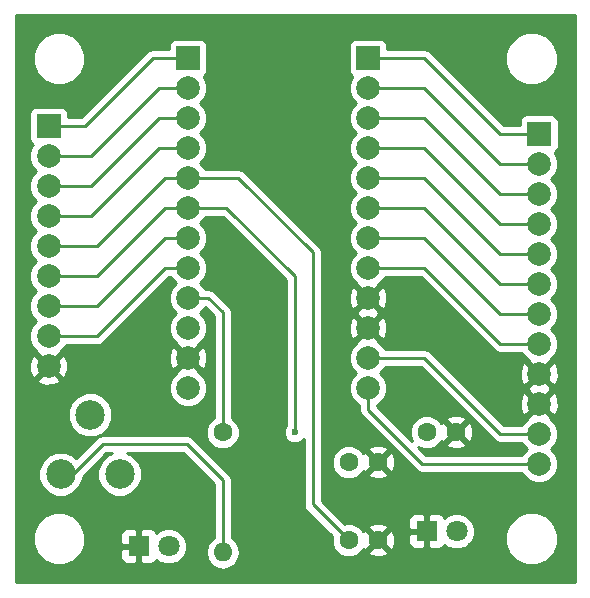
<source format=gbr>
G04 #@! TF.FileFunction,Copper,L1,Top,Signal*
%FSLAX46Y46*%
G04 Gerber Fmt 4.6, Leading zero omitted, Abs format (unit mm)*
G04 Created by KiCad (PCBNEW 4.0.7) date 02/17/18 00:03:31*
%MOMM*%
%LPD*%
G01*
G04 APERTURE LIST*
%ADD10C,0.100000*%
%ADD11C,1.600000*%
%ADD12R,2.000000X2.000000*%
%ADD13C,2.000000*%
%ADD14R,1.800000X1.800000*%
%ADD15C,1.800000*%
%ADD16O,1.600000X1.600000*%
%ADD17C,2.500000*%
%ADD18C,0.600000*%
%ADD19C,0.250000*%
%ADD20C,0.254000*%
G04 APERTURE END LIST*
D10*
D11*
X117856000Y-106172000D03*
X120356000Y-106172000D03*
X117856000Y-99568000D03*
X120356000Y-99568000D03*
X124460000Y-97028000D03*
X126960000Y-97028000D03*
D12*
X104260000Y-65340000D03*
D13*
X104260000Y-67880000D03*
X104260000Y-70420000D03*
X104260000Y-72960000D03*
X104260000Y-75500000D03*
X104260000Y-78040000D03*
X104260000Y-80580000D03*
X104260000Y-83120000D03*
X104260000Y-85660000D03*
X104260000Y-88200000D03*
X104260000Y-90740000D03*
X104260000Y-93280000D03*
D12*
X119500000Y-65340000D03*
D13*
X119500000Y-67880000D03*
X119500000Y-70420000D03*
X119500000Y-72960000D03*
X119500000Y-75500000D03*
X119500000Y-78040000D03*
X119500000Y-80580000D03*
X119500000Y-83120000D03*
X119500000Y-85660000D03*
X119500000Y-88200000D03*
X119500000Y-90740000D03*
X119500000Y-93280000D03*
D12*
X133985000Y-71755000D03*
D13*
X133985000Y-74295000D03*
X133985000Y-76835000D03*
X133985000Y-79375000D03*
X133985000Y-81915000D03*
X133985000Y-84455000D03*
X133985000Y-86995000D03*
X133985000Y-89535000D03*
X133985000Y-92075000D03*
X133985000Y-94615000D03*
X133985000Y-97155000D03*
X133985000Y-99695000D03*
D12*
X92456000Y-71120000D03*
D13*
X92456000Y-73660000D03*
X92456000Y-76200000D03*
X92456000Y-78740000D03*
X92456000Y-81280000D03*
X92456000Y-83820000D03*
X92456000Y-86360000D03*
X92456000Y-88900000D03*
X92456000Y-91440000D03*
D14*
X100076000Y-106680000D03*
D15*
X102616000Y-106680000D03*
D14*
X124460000Y-105410000D03*
D15*
X127000000Y-105410000D03*
D11*
X107188000Y-97028000D03*
D16*
X107188000Y-107188000D03*
D17*
X95972000Y-95544000D03*
X98472000Y-100584000D03*
X93472000Y-100584000D03*
D18*
X113284000Y-97028000D03*
D19*
X104260000Y-75500000D02*
X108520000Y-75500000D01*
X114808000Y-103124000D02*
X117856000Y-106172000D01*
X114808000Y-81788000D02*
X114808000Y-103124000D01*
X108520000Y-75500000D02*
X114808000Y-81788000D01*
X104260000Y-75500000D02*
X102300000Y-75500000D01*
X96520000Y-81280000D02*
X92456000Y-81280000D01*
X102300000Y-75500000D02*
X96520000Y-81280000D01*
X104260000Y-78040000D02*
X107504000Y-78040000D01*
X113284000Y-83820000D02*
X113284000Y-97028000D01*
X107504000Y-78040000D02*
X113284000Y-83820000D01*
X104260000Y-78040000D02*
X102300000Y-78040000D01*
X96520000Y-83820000D02*
X92456000Y-83820000D01*
X102300000Y-78040000D02*
X96520000Y-83820000D01*
X104260000Y-80580000D02*
X102300000Y-80580000D01*
X96520000Y-86360000D02*
X92456000Y-86360000D01*
X102300000Y-80580000D02*
X96520000Y-86360000D01*
X104260000Y-65340000D02*
X101284000Y-65340000D01*
X95504000Y-71120000D02*
X92456000Y-71120000D01*
X101284000Y-65340000D02*
X95504000Y-71120000D01*
X104260000Y-67880000D02*
X101792000Y-67880000D01*
X96012000Y-73660000D02*
X92456000Y-73660000D01*
X101792000Y-67880000D02*
X96012000Y-73660000D01*
X104260000Y-70420000D02*
X101792000Y-70420000D01*
X96012000Y-76200000D02*
X92456000Y-76200000D01*
X101792000Y-70420000D02*
X96012000Y-76200000D01*
X104260000Y-72960000D02*
X101792000Y-72960000D01*
X96012000Y-78740000D02*
X92456000Y-78740000D01*
X101792000Y-72960000D02*
X96012000Y-78740000D01*
X119500000Y-65340000D02*
X124268000Y-65340000D01*
X130683000Y-71755000D02*
X133985000Y-71755000D01*
X124268000Y-65340000D02*
X130683000Y-71755000D01*
X119500000Y-67880000D02*
X124268000Y-67880000D01*
X130683000Y-74295000D02*
X133985000Y-74295000D01*
X124268000Y-67880000D02*
X130683000Y-74295000D01*
X119500000Y-70420000D02*
X124268000Y-70420000D01*
X130683000Y-76835000D02*
X133985000Y-76835000D01*
X124268000Y-70420000D02*
X130683000Y-76835000D01*
X119500000Y-72960000D02*
X124268000Y-72960000D01*
X130683000Y-79375000D02*
X133985000Y-79375000D01*
X124268000Y-72960000D02*
X130683000Y-79375000D01*
X119500000Y-75500000D02*
X124268000Y-75500000D01*
X130683000Y-81915000D02*
X133985000Y-81915000D01*
X124268000Y-75500000D02*
X130683000Y-81915000D01*
X119500000Y-78040000D02*
X124268000Y-78040000D01*
X130683000Y-84455000D02*
X133985000Y-84455000D01*
X124268000Y-78040000D02*
X130683000Y-84455000D01*
X119500000Y-80580000D02*
X124268000Y-80580000D01*
X130683000Y-86995000D02*
X133985000Y-86995000D01*
X124268000Y-80580000D02*
X130683000Y-86995000D01*
X119500000Y-83120000D02*
X124268000Y-83120000D01*
X130683000Y-89535000D02*
X133985000Y-89535000D01*
X124268000Y-83120000D02*
X130683000Y-89535000D01*
X119500000Y-90740000D02*
X124268000Y-90740000D01*
X130683000Y-97155000D02*
X133985000Y-97155000D01*
X124268000Y-90740000D02*
X130683000Y-97155000D01*
X119500000Y-93280000D02*
X119500000Y-95116000D01*
X124079000Y-99695000D02*
X133985000Y-99695000D01*
X119500000Y-95116000D02*
X124079000Y-99695000D01*
X104260000Y-85660000D02*
X105980000Y-85660000D01*
X107188000Y-86868000D02*
X107188000Y-97028000D01*
X105980000Y-85660000D02*
X107188000Y-86868000D01*
X104260000Y-83120000D02*
X102300000Y-83120000D01*
X96520000Y-88900000D02*
X92456000Y-88900000D01*
X102300000Y-83120000D02*
X96520000Y-88900000D01*
X93472000Y-100584000D02*
X94488000Y-100584000D01*
X94488000Y-100584000D02*
X97028000Y-98044000D01*
X97028000Y-98044000D02*
X104140000Y-98044000D01*
X104140000Y-98044000D02*
X107188000Y-101092000D01*
X107188000Y-101092000D02*
X107188000Y-107188000D01*
D20*
G36*
X137033000Y-109728000D02*
X89662000Y-109728000D01*
X89662000Y-106487619D01*
X91109613Y-106487619D01*
X91449155Y-107309372D01*
X92077321Y-107938636D01*
X92898481Y-108279611D01*
X93787619Y-108280387D01*
X94609372Y-107940845D01*
X95238636Y-107312679D01*
X95382693Y-106965750D01*
X98541000Y-106965750D01*
X98541000Y-107706310D01*
X98637673Y-107939699D01*
X98816302Y-108118327D01*
X99049691Y-108215000D01*
X99790250Y-108215000D01*
X99949000Y-108056250D01*
X99949000Y-106807000D01*
X98699750Y-106807000D01*
X98541000Y-106965750D01*
X95382693Y-106965750D01*
X95579611Y-106491519D01*
X95580342Y-105653690D01*
X98541000Y-105653690D01*
X98541000Y-106394250D01*
X98699750Y-106553000D01*
X99949000Y-106553000D01*
X99949000Y-105303750D01*
X100203000Y-105303750D01*
X100203000Y-106553000D01*
X100223000Y-106553000D01*
X100223000Y-106807000D01*
X100203000Y-106807000D01*
X100203000Y-108056250D01*
X100361750Y-108215000D01*
X101102309Y-108215000D01*
X101335698Y-108118327D01*
X101514327Y-107939699D01*
X101570119Y-107805006D01*
X101745357Y-107980551D01*
X102309330Y-108214733D01*
X102919991Y-108215265D01*
X103484371Y-107982068D01*
X103916551Y-107550643D01*
X104150733Y-106986670D01*
X104151265Y-106376009D01*
X103918068Y-105811629D01*
X103486643Y-105379449D01*
X102922670Y-105145267D01*
X102312009Y-105144735D01*
X101747629Y-105377932D01*
X101570159Y-105555092D01*
X101514327Y-105420301D01*
X101335698Y-105241673D01*
X101102309Y-105145000D01*
X100361750Y-105145000D01*
X100203000Y-105303750D01*
X99949000Y-105303750D01*
X99790250Y-105145000D01*
X99049691Y-105145000D01*
X98816302Y-105241673D01*
X98637673Y-105420301D01*
X98541000Y-105653690D01*
X95580342Y-105653690D01*
X95580387Y-105602381D01*
X95240845Y-104780628D01*
X94612679Y-104151364D01*
X93791519Y-103810389D01*
X92902381Y-103809613D01*
X92080628Y-104149155D01*
X91451364Y-104777321D01*
X91110389Y-105598481D01*
X91109613Y-106487619D01*
X89662000Y-106487619D01*
X89662000Y-100957305D01*
X91586674Y-100957305D01*
X91873043Y-101650372D01*
X92402839Y-102181093D01*
X93095405Y-102468672D01*
X93845305Y-102469326D01*
X94538372Y-102182957D01*
X95069093Y-101653161D01*
X95356672Y-100960595D01*
X95356821Y-100789981D01*
X97342802Y-98804000D01*
X97843786Y-98804000D01*
X97405628Y-98985043D01*
X96874907Y-99514839D01*
X96587328Y-100207405D01*
X96586674Y-100957305D01*
X96873043Y-101650372D01*
X97402839Y-102181093D01*
X98095405Y-102468672D01*
X98845305Y-102469326D01*
X99538372Y-102182957D01*
X100069093Y-101653161D01*
X100356672Y-100960595D01*
X100357326Y-100210695D01*
X100070957Y-99517628D01*
X99541161Y-98986907D01*
X99100673Y-98804000D01*
X103825198Y-98804000D01*
X106428000Y-101406802D01*
X106428000Y-105975005D01*
X106173302Y-106145189D01*
X105862233Y-106610736D01*
X105753000Y-107159887D01*
X105753000Y-107216113D01*
X105862233Y-107765264D01*
X106173302Y-108230811D01*
X106638849Y-108541880D01*
X107188000Y-108651113D01*
X107737151Y-108541880D01*
X108202698Y-108230811D01*
X108513767Y-107765264D01*
X108623000Y-107216113D01*
X108623000Y-107159887D01*
X108513767Y-106610736D01*
X108202698Y-106145189D01*
X107948000Y-105975005D01*
X107948000Y-101092000D01*
X107890148Y-100801161D01*
X107725401Y-100554599D01*
X104677401Y-97506599D01*
X104430839Y-97341852D01*
X104140000Y-97284000D01*
X97028000Y-97284000D01*
X96785414Y-97332254D01*
X96737160Y-97341852D01*
X96490599Y-97506599D01*
X94775521Y-99221677D01*
X94541161Y-98986907D01*
X93848595Y-98699328D01*
X93098695Y-98698674D01*
X92405628Y-98985043D01*
X91874907Y-99514839D01*
X91587328Y-100207405D01*
X91586674Y-100957305D01*
X89662000Y-100957305D01*
X89662000Y-95917305D01*
X94086674Y-95917305D01*
X94373043Y-96610372D01*
X94902839Y-97141093D01*
X95595405Y-97428672D01*
X96345305Y-97429326D01*
X97038372Y-97142957D01*
X97569093Y-96613161D01*
X97856672Y-95920595D01*
X97857326Y-95170695D01*
X97570957Y-94477628D01*
X97041161Y-93946907D01*
X96348595Y-93659328D01*
X95598695Y-93658674D01*
X94905628Y-93945043D01*
X94374907Y-94474839D01*
X94087328Y-95167405D01*
X94086674Y-95917305D01*
X89662000Y-95917305D01*
X89662000Y-93603795D01*
X102624716Y-93603795D01*
X102873106Y-94204943D01*
X103332637Y-94665278D01*
X103933352Y-94914716D01*
X104583795Y-94915284D01*
X105184943Y-94666894D01*
X105645278Y-94207363D01*
X105894716Y-93606648D01*
X105895284Y-92956205D01*
X105646894Y-92355057D01*
X105220022Y-91927438D01*
X105232927Y-91892532D01*
X104260000Y-90919605D01*
X103287073Y-91892532D01*
X103300164Y-91927938D01*
X102874722Y-92352637D01*
X102625284Y-92953352D01*
X102624716Y-93603795D01*
X89662000Y-93603795D01*
X89662000Y-92592532D01*
X91483073Y-92592532D01*
X91581736Y-92859387D01*
X92191461Y-93085908D01*
X92841460Y-93061856D01*
X93330264Y-92859387D01*
X93428927Y-92592532D01*
X92456000Y-91619605D01*
X91483073Y-92592532D01*
X89662000Y-92592532D01*
X89662000Y-91175461D01*
X90810092Y-91175461D01*
X90834144Y-91825460D01*
X91036613Y-92314264D01*
X91303468Y-92412927D01*
X92276395Y-91440000D01*
X92635605Y-91440000D01*
X93608532Y-92412927D01*
X93875387Y-92314264D01*
X94101908Y-91704539D01*
X94077856Y-91054540D01*
X93875387Y-90565736D01*
X93631220Y-90475461D01*
X102614092Y-90475461D01*
X102638144Y-91125460D01*
X102840613Y-91614264D01*
X103107468Y-91712927D01*
X104080395Y-90740000D01*
X104439605Y-90740000D01*
X105412532Y-91712927D01*
X105679387Y-91614264D01*
X105905908Y-91004539D01*
X105881856Y-90354540D01*
X105679387Y-89865736D01*
X105412532Y-89767073D01*
X104439605Y-90740000D01*
X104080395Y-90740000D01*
X103107468Y-89767073D01*
X102840613Y-89865736D01*
X102614092Y-90475461D01*
X93631220Y-90475461D01*
X93608532Y-90467073D01*
X92635605Y-91440000D01*
X92276395Y-91440000D01*
X91303468Y-90467073D01*
X91036613Y-90565736D01*
X90810092Y-91175461D01*
X89662000Y-91175461D01*
X89662000Y-70120000D01*
X90808560Y-70120000D01*
X90808560Y-72120000D01*
X90852838Y-72355317D01*
X90991910Y-72571441D01*
X91134561Y-72668910D01*
X91070722Y-72732637D01*
X90821284Y-73333352D01*
X90820716Y-73983795D01*
X91069106Y-74584943D01*
X91413759Y-74930199D01*
X91070722Y-75272637D01*
X90821284Y-75873352D01*
X90820716Y-76523795D01*
X91069106Y-77124943D01*
X91413759Y-77470199D01*
X91070722Y-77812637D01*
X90821284Y-78413352D01*
X90820716Y-79063795D01*
X91069106Y-79664943D01*
X91413759Y-80010199D01*
X91070722Y-80352637D01*
X90821284Y-80953352D01*
X90820716Y-81603795D01*
X91069106Y-82204943D01*
X91413759Y-82550199D01*
X91070722Y-82892637D01*
X90821284Y-83493352D01*
X90820716Y-84143795D01*
X91069106Y-84744943D01*
X91413759Y-85090199D01*
X91070722Y-85432637D01*
X90821284Y-86033352D01*
X90820716Y-86683795D01*
X91069106Y-87284943D01*
X91413759Y-87630199D01*
X91070722Y-87972637D01*
X90821284Y-88573352D01*
X90820716Y-89223795D01*
X91069106Y-89824943D01*
X91495978Y-90252562D01*
X91483073Y-90287468D01*
X92456000Y-91260395D01*
X93428927Y-90287468D01*
X93415836Y-90252062D01*
X93841278Y-89827363D01*
X93910773Y-89660000D01*
X96520000Y-89660000D01*
X96810839Y-89602148D01*
X97057401Y-89437401D01*
X102614802Y-83880000D01*
X102804953Y-83880000D01*
X102873106Y-84044943D01*
X103217759Y-84390199D01*
X102874722Y-84732637D01*
X102625284Y-85333352D01*
X102624716Y-85983795D01*
X102873106Y-86584943D01*
X103217759Y-86930199D01*
X102874722Y-87272637D01*
X102625284Y-87873352D01*
X102624716Y-88523795D01*
X102873106Y-89124943D01*
X103299978Y-89552562D01*
X103287073Y-89587468D01*
X104260000Y-90560395D01*
X105232927Y-89587468D01*
X105219836Y-89552062D01*
X105645278Y-89127363D01*
X105894716Y-88526648D01*
X105895284Y-87876205D01*
X105646894Y-87275057D01*
X105302241Y-86929801D01*
X105645278Y-86587363D01*
X105700228Y-86455030D01*
X106428000Y-87182802D01*
X106428000Y-95789354D01*
X106376200Y-95810757D01*
X105972176Y-96214077D01*
X105753250Y-96741309D01*
X105752752Y-97312187D01*
X105970757Y-97839800D01*
X106374077Y-98243824D01*
X106901309Y-98462750D01*
X107472187Y-98463248D01*
X107999800Y-98245243D01*
X108403824Y-97841923D01*
X108622750Y-97314691D01*
X108623248Y-96743813D01*
X108405243Y-96216200D01*
X108001923Y-95812176D01*
X107948000Y-95789785D01*
X107948000Y-86868000D01*
X107890148Y-86577161D01*
X107725401Y-86330599D01*
X106517401Y-85122599D01*
X106270839Y-84957852D01*
X105980000Y-84900000D01*
X105715047Y-84900000D01*
X105646894Y-84735057D01*
X105302241Y-84389801D01*
X105645278Y-84047363D01*
X105894716Y-83446648D01*
X105895284Y-82796205D01*
X105646894Y-82195057D01*
X105302241Y-81849801D01*
X105645278Y-81507363D01*
X105894716Y-80906648D01*
X105895284Y-80256205D01*
X105646894Y-79655057D01*
X105302241Y-79309801D01*
X105645278Y-78967363D01*
X105714773Y-78800000D01*
X107189198Y-78800000D01*
X112524000Y-84134802D01*
X112524000Y-96465537D01*
X112491808Y-96497673D01*
X112349162Y-96841201D01*
X112348838Y-97213167D01*
X112490883Y-97556943D01*
X112753673Y-97820192D01*
X113097201Y-97962838D01*
X113469167Y-97963162D01*
X113812943Y-97821117D01*
X114048000Y-97586470D01*
X114048000Y-103124000D01*
X114105852Y-103414839D01*
X114270599Y-103661401D01*
X116442744Y-105833546D01*
X116421250Y-105885309D01*
X116420752Y-106456187D01*
X116638757Y-106983800D01*
X117042077Y-107387824D01*
X117569309Y-107606750D01*
X118140187Y-107607248D01*
X118667800Y-107389243D01*
X118877663Y-107179745D01*
X119527861Y-107179745D01*
X119601995Y-107425864D01*
X120139223Y-107618965D01*
X120709454Y-107591778D01*
X121110005Y-107425864D01*
X121184139Y-107179745D01*
X120356000Y-106351605D01*
X119527861Y-107179745D01*
X118877663Y-107179745D01*
X119071824Y-106985923D01*
X119099423Y-106919456D01*
X119102136Y-106926005D01*
X119348255Y-107000139D01*
X120176395Y-106172000D01*
X120535605Y-106172000D01*
X121363745Y-107000139D01*
X121609864Y-106926005D01*
X121802965Y-106388777D01*
X121775778Y-105818546D01*
X121724915Y-105695750D01*
X122925000Y-105695750D01*
X122925000Y-106436310D01*
X123021673Y-106669699D01*
X123200302Y-106848327D01*
X123433691Y-106945000D01*
X124174250Y-106945000D01*
X124333000Y-106786250D01*
X124333000Y-105537000D01*
X123083750Y-105537000D01*
X122925000Y-105695750D01*
X121724915Y-105695750D01*
X121609864Y-105417995D01*
X121363745Y-105343861D01*
X120535605Y-106172000D01*
X120176395Y-106172000D01*
X119348255Y-105343861D01*
X119102136Y-105417995D01*
X119099804Y-105424483D01*
X119073243Y-105360200D01*
X118877640Y-105164255D01*
X119527861Y-105164255D01*
X120356000Y-105992395D01*
X121184139Y-105164255D01*
X121110005Y-104918136D01*
X120572777Y-104725035D01*
X120002546Y-104752222D01*
X119601995Y-104918136D01*
X119527861Y-105164255D01*
X118877640Y-105164255D01*
X118669923Y-104956176D01*
X118142691Y-104737250D01*
X117571813Y-104736752D01*
X117517851Y-104759049D01*
X117142492Y-104383690D01*
X122925000Y-104383690D01*
X122925000Y-105124250D01*
X123083750Y-105283000D01*
X124333000Y-105283000D01*
X124333000Y-104033750D01*
X124587000Y-104033750D01*
X124587000Y-105283000D01*
X124607000Y-105283000D01*
X124607000Y-105537000D01*
X124587000Y-105537000D01*
X124587000Y-106786250D01*
X124745750Y-106945000D01*
X125486309Y-106945000D01*
X125719698Y-106848327D01*
X125898327Y-106669699D01*
X125954119Y-106535006D01*
X126129357Y-106710551D01*
X126693330Y-106944733D01*
X127303991Y-106945265D01*
X127868371Y-106712068D01*
X128093212Y-106487619D01*
X131114613Y-106487619D01*
X131454155Y-107309372D01*
X132082321Y-107938636D01*
X132903481Y-108279611D01*
X133792619Y-108280387D01*
X134614372Y-107940845D01*
X135243636Y-107312679D01*
X135584611Y-106491519D01*
X135585387Y-105602381D01*
X135245845Y-104780628D01*
X134617679Y-104151364D01*
X133796519Y-103810389D01*
X132907381Y-103809613D01*
X132085628Y-104149155D01*
X131456364Y-104777321D01*
X131115389Y-105598481D01*
X131114613Y-106487619D01*
X128093212Y-106487619D01*
X128300551Y-106280643D01*
X128534733Y-105716670D01*
X128535265Y-105106009D01*
X128302068Y-104541629D01*
X127870643Y-104109449D01*
X127306670Y-103875267D01*
X126696009Y-103874735D01*
X126131629Y-104107932D01*
X125954159Y-104285092D01*
X125898327Y-104150301D01*
X125719698Y-103971673D01*
X125486309Y-103875000D01*
X124745750Y-103875000D01*
X124587000Y-104033750D01*
X124333000Y-104033750D01*
X124174250Y-103875000D01*
X123433691Y-103875000D01*
X123200302Y-103971673D01*
X123021673Y-104150301D01*
X122925000Y-104383690D01*
X117142492Y-104383690D01*
X115568000Y-102809198D01*
X115568000Y-99852187D01*
X116420752Y-99852187D01*
X116638757Y-100379800D01*
X117042077Y-100783824D01*
X117569309Y-101002750D01*
X118140187Y-101003248D01*
X118667800Y-100785243D01*
X118877663Y-100575745D01*
X119527861Y-100575745D01*
X119601995Y-100821864D01*
X120139223Y-101014965D01*
X120709454Y-100987778D01*
X121110005Y-100821864D01*
X121184139Y-100575745D01*
X120356000Y-99747605D01*
X119527861Y-100575745D01*
X118877663Y-100575745D01*
X119071824Y-100381923D01*
X119099423Y-100315456D01*
X119102136Y-100322005D01*
X119348255Y-100396139D01*
X120176395Y-99568000D01*
X120535605Y-99568000D01*
X121363745Y-100396139D01*
X121609864Y-100322005D01*
X121802965Y-99784777D01*
X121775778Y-99214546D01*
X121609864Y-98813995D01*
X121363745Y-98739861D01*
X120535605Y-99568000D01*
X120176395Y-99568000D01*
X119348255Y-98739861D01*
X119102136Y-98813995D01*
X119099804Y-98820483D01*
X119073243Y-98756200D01*
X118877640Y-98560255D01*
X119527861Y-98560255D01*
X120356000Y-99388395D01*
X121184139Y-98560255D01*
X121110005Y-98314136D01*
X120572777Y-98121035D01*
X120002546Y-98148222D01*
X119601995Y-98314136D01*
X119527861Y-98560255D01*
X118877640Y-98560255D01*
X118669923Y-98352176D01*
X118142691Y-98133250D01*
X117571813Y-98132752D01*
X117044200Y-98350757D01*
X116640176Y-98754077D01*
X116421250Y-99281309D01*
X116420752Y-99852187D01*
X115568000Y-99852187D01*
X115568000Y-91063795D01*
X117864716Y-91063795D01*
X118113106Y-91664943D01*
X118457759Y-92010199D01*
X118114722Y-92352637D01*
X117865284Y-92953352D01*
X117864716Y-93603795D01*
X118113106Y-94204943D01*
X118572637Y-94665278D01*
X118740000Y-94734773D01*
X118740000Y-95116000D01*
X118797852Y-95406839D01*
X118962599Y-95653401D01*
X123541599Y-100232401D01*
X123788161Y-100397148D01*
X124079000Y-100455000D01*
X132529953Y-100455000D01*
X132598106Y-100619943D01*
X133057637Y-101080278D01*
X133658352Y-101329716D01*
X134308795Y-101330284D01*
X134909943Y-101081894D01*
X135370278Y-100622363D01*
X135619716Y-100021648D01*
X135620284Y-99371205D01*
X135371894Y-98770057D01*
X135027241Y-98424801D01*
X135370278Y-98082363D01*
X135619716Y-97481648D01*
X135620284Y-96831205D01*
X135371894Y-96230057D01*
X134945022Y-95802438D01*
X134957927Y-95767532D01*
X133985000Y-94794605D01*
X133012073Y-95767532D01*
X133025164Y-95802938D01*
X132599722Y-96227637D01*
X132530227Y-96395000D01*
X130997802Y-96395000D01*
X128953263Y-94350461D01*
X132339092Y-94350461D01*
X132363144Y-95000460D01*
X132565613Y-95489264D01*
X132832468Y-95587927D01*
X133805395Y-94615000D01*
X134164605Y-94615000D01*
X135137532Y-95587927D01*
X135404387Y-95489264D01*
X135630908Y-94879539D01*
X135606856Y-94229540D01*
X135404387Y-93740736D01*
X135137532Y-93642073D01*
X134164605Y-94615000D01*
X133805395Y-94615000D01*
X132832468Y-93642073D01*
X132565613Y-93740736D01*
X132339092Y-94350461D01*
X128953263Y-94350461D01*
X127830334Y-93227532D01*
X133012073Y-93227532D01*
X133055504Y-93345000D01*
X133012073Y-93462468D01*
X133985000Y-94435395D01*
X134957927Y-93462468D01*
X134914496Y-93345000D01*
X134957927Y-93227532D01*
X133985000Y-92254605D01*
X133012073Y-93227532D01*
X127830334Y-93227532D01*
X126413263Y-91810461D01*
X132339092Y-91810461D01*
X132363144Y-92460460D01*
X132565613Y-92949264D01*
X132832468Y-93047927D01*
X133805395Y-92075000D01*
X134164605Y-92075000D01*
X135137532Y-93047927D01*
X135404387Y-92949264D01*
X135630908Y-92339539D01*
X135606856Y-91689540D01*
X135404387Y-91200736D01*
X135137532Y-91102073D01*
X134164605Y-92075000D01*
X133805395Y-92075000D01*
X132832468Y-91102073D01*
X132565613Y-91200736D01*
X132339092Y-91810461D01*
X126413263Y-91810461D01*
X124805401Y-90202599D01*
X124558839Y-90037852D01*
X124268000Y-89980000D01*
X120955047Y-89980000D01*
X120886894Y-89815057D01*
X120460022Y-89387438D01*
X120472927Y-89352532D01*
X119500000Y-88379605D01*
X118527073Y-89352532D01*
X118540164Y-89387938D01*
X118114722Y-89812637D01*
X117865284Y-90413352D01*
X117864716Y-91063795D01*
X115568000Y-91063795D01*
X115568000Y-87935461D01*
X117854092Y-87935461D01*
X117878144Y-88585460D01*
X118080613Y-89074264D01*
X118347468Y-89172927D01*
X119320395Y-88200000D01*
X119679605Y-88200000D01*
X120652532Y-89172927D01*
X120919387Y-89074264D01*
X121145908Y-88464539D01*
X121121856Y-87814540D01*
X120919387Y-87325736D01*
X120652532Y-87227073D01*
X119679605Y-88200000D01*
X119320395Y-88200000D01*
X118347468Y-87227073D01*
X118080613Y-87325736D01*
X117854092Y-87935461D01*
X115568000Y-87935461D01*
X115568000Y-86812532D01*
X118527073Y-86812532D01*
X118570504Y-86930000D01*
X118527073Y-87047468D01*
X119500000Y-88020395D01*
X120472927Y-87047468D01*
X120429496Y-86930000D01*
X120472927Y-86812532D01*
X119500000Y-85839605D01*
X118527073Y-86812532D01*
X115568000Y-86812532D01*
X115568000Y-85395461D01*
X117854092Y-85395461D01*
X117878144Y-86045460D01*
X118080613Y-86534264D01*
X118347468Y-86632927D01*
X119320395Y-85660000D01*
X119679605Y-85660000D01*
X120652532Y-86632927D01*
X120919387Y-86534264D01*
X121145908Y-85924539D01*
X121121856Y-85274540D01*
X120919387Y-84785736D01*
X120652532Y-84687073D01*
X119679605Y-85660000D01*
X119320395Y-85660000D01*
X118347468Y-84687073D01*
X118080613Y-84785736D01*
X117854092Y-85395461D01*
X115568000Y-85395461D01*
X115568000Y-81788000D01*
X115510148Y-81497161D01*
X115345401Y-81250599D01*
X109057401Y-74962599D01*
X108810839Y-74797852D01*
X108520000Y-74740000D01*
X105715047Y-74740000D01*
X105646894Y-74575057D01*
X105302241Y-74229801D01*
X105645278Y-73887363D01*
X105894716Y-73286648D01*
X105895284Y-72636205D01*
X105646894Y-72035057D01*
X105302241Y-71689801D01*
X105645278Y-71347363D01*
X105894716Y-70746648D01*
X105895284Y-70096205D01*
X105646894Y-69495057D01*
X105302241Y-69149801D01*
X105645278Y-68807363D01*
X105894716Y-68206648D01*
X105895284Y-67556205D01*
X105646894Y-66955057D01*
X105580379Y-66888426D01*
X105711441Y-66804090D01*
X105856431Y-66591890D01*
X105907440Y-66340000D01*
X105907440Y-64340000D01*
X117852560Y-64340000D01*
X117852560Y-66340000D01*
X117896838Y-66575317D01*
X118035910Y-66791441D01*
X118178561Y-66888910D01*
X118114722Y-66952637D01*
X117865284Y-67553352D01*
X117864716Y-68203795D01*
X118113106Y-68804943D01*
X118457759Y-69150199D01*
X118114722Y-69492637D01*
X117865284Y-70093352D01*
X117864716Y-70743795D01*
X118113106Y-71344943D01*
X118457759Y-71690199D01*
X118114722Y-72032637D01*
X117865284Y-72633352D01*
X117864716Y-73283795D01*
X118113106Y-73884943D01*
X118457759Y-74230199D01*
X118114722Y-74572637D01*
X117865284Y-75173352D01*
X117864716Y-75823795D01*
X118113106Y-76424943D01*
X118457759Y-76770199D01*
X118114722Y-77112637D01*
X117865284Y-77713352D01*
X117864716Y-78363795D01*
X118113106Y-78964943D01*
X118457759Y-79310199D01*
X118114722Y-79652637D01*
X117865284Y-80253352D01*
X117864716Y-80903795D01*
X118113106Y-81504943D01*
X118457759Y-81850199D01*
X118114722Y-82192637D01*
X117865284Y-82793352D01*
X117864716Y-83443795D01*
X118113106Y-84044943D01*
X118539978Y-84472562D01*
X118527073Y-84507468D01*
X119500000Y-85480395D01*
X120472927Y-84507468D01*
X120459836Y-84472062D01*
X120885278Y-84047363D01*
X120954773Y-83880000D01*
X123953198Y-83880000D01*
X130145599Y-90072401D01*
X130392161Y-90237148D01*
X130683000Y-90295000D01*
X132529953Y-90295000D01*
X132598106Y-90459943D01*
X133024978Y-90887562D01*
X133012073Y-90922468D01*
X133985000Y-91895395D01*
X134957927Y-90922468D01*
X134944836Y-90887062D01*
X135370278Y-90462363D01*
X135619716Y-89861648D01*
X135620284Y-89211205D01*
X135371894Y-88610057D01*
X135027241Y-88264801D01*
X135370278Y-87922363D01*
X135619716Y-87321648D01*
X135620284Y-86671205D01*
X135371894Y-86070057D01*
X135027241Y-85724801D01*
X135370278Y-85382363D01*
X135619716Y-84781648D01*
X135620284Y-84131205D01*
X135371894Y-83530057D01*
X135027241Y-83184801D01*
X135370278Y-82842363D01*
X135619716Y-82241648D01*
X135620284Y-81591205D01*
X135371894Y-80990057D01*
X135027241Y-80644801D01*
X135370278Y-80302363D01*
X135619716Y-79701648D01*
X135620284Y-79051205D01*
X135371894Y-78450057D01*
X135027241Y-78104801D01*
X135370278Y-77762363D01*
X135619716Y-77161648D01*
X135620284Y-76511205D01*
X135371894Y-75910057D01*
X135027241Y-75564801D01*
X135370278Y-75222363D01*
X135619716Y-74621648D01*
X135620284Y-73971205D01*
X135371894Y-73370057D01*
X135305379Y-73303426D01*
X135436441Y-73219090D01*
X135581431Y-73006890D01*
X135632440Y-72755000D01*
X135632440Y-70755000D01*
X135588162Y-70519683D01*
X135449090Y-70303559D01*
X135236890Y-70158569D01*
X134985000Y-70107560D01*
X132985000Y-70107560D01*
X132749683Y-70151838D01*
X132533559Y-70290910D01*
X132388569Y-70503110D01*
X132337560Y-70755000D01*
X132337560Y-70995000D01*
X130997802Y-70995000D01*
X125850421Y-65847619D01*
X131114613Y-65847619D01*
X131454155Y-66669372D01*
X132082321Y-67298636D01*
X132903481Y-67639611D01*
X133792619Y-67640387D01*
X134614372Y-67300845D01*
X135243636Y-66672679D01*
X135584611Y-65851519D01*
X135585387Y-64962381D01*
X135245845Y-64140628D01*
X134617679Y-63511364D01*
X133796519Y-63170389D01*
X132907381Y-63169613D01*
X132085628Y-63509155D01*
X131456364Y-64137321D01*
X131115389Y-64958481D01*
X131114613Y-65847619D01*
X125850421Y-65847619D01*
X124805401Y-64802599D01*
X124558839Y-64637852D01*
X124268000Y-64580000D01*
X121147440Y-64580000D01*
X121147440Y-64340000D01*
X121103162Y-64104683D01*
X120964090Y-63888559D01*
X120751890Y-63743569D01*
X120500000Y-63692560D01*
X118500000Y-63692560D01*
X118264683Y-63736838D01*
X118048559Y-63875910D01*
X117903569Y-64088110D01*
X117852560Y-64340000D01*
X105907440Y-64340000D01*
X105863162Y-64104683D01*
X105724090Y-63888559D01*
X105511890Y-63743569D01*
X105260000Y-63692560D01*
X103260000Y-63692560D01*
X103024683Y-63736838D01*
X102808559Y-63875910D01*
X102663569Y-64088110D01*
X102612560Y-64340000D01*
X102612560Y-64580000D01*
X101284000Y-64580000D01*
X100993160Y-64637852D01*
X100746599Y-64802599D01*
X95189198Y-70360000D01*
X94103440Y-70360000D01*
X94103440Y-70120000D01*
X94059162Y-69884683D01*
X93920090Y-69668559D01*
X93707890Y-69523569D01*
X93456000Y-69472560D01*
X91456000Y-69472560D01*
X91220683Y-69516838D01*
X91004559Y-69655910D01*
X90859569Y-69868110D01*
X90808560Y-70120000D01*
X89662000Y-70120000D01*
X89662000Y-65847619D01*
X91109613Y-65847619D01*
X91449155Y-66669372D01*
X92077321Y-67298636D01*
X92898481Y-67639611D01*
X93787619Y-67640387D01*
X94609372Y-67300845D01*
X95238636Y-66672679D01*
X95579611Y-65851519D01*
X95580387Y-64962381D01*
X95240845Y-64140628D01*
X94612679Y-63511364D01*
X93791519Y-63170389D01*
X92902381Y-63169613D01*
X92080628Y-63509155D01*
X91451364Y-64137321D01*
X91110389Y-64958481D01*
X91109613Y-65847619D01*
X89662000Y-65847619D01*
X89662000Y-61722000D01*
X137033000Y-61722000D01*
X137033000Y-109728000D01*
X137033000Y-109728000D01*
G37*
X137033000Y-109728000D02*
X89662000Y-109728000D01*
X89662000Y-106487619D01*
X91109613Y-106487619D01*
X91449155Y-107309372D01*
X92077321Y-107938636D01*
X92898481Y-108279611D01*
X93787619Y-108280387D01*
X94609372Y-107940845D01*
X95238636Y-107312679D01*
X95382693Y-106965750D01*
X98541000Y-106965750D01*
X98541000Y-107706310D01*
X98637673Y-107939699D01*
X98816302Y-108118327D01*
X99049691Y-108215000D01*
X99790250Y-108215000D01*
X99949000Y-108056250D01*
X99949000Y-106807000D01*
X98699750Y-106807000D01*
X98541000Y-106965750D01*
X95382693Y-106965750D01*
X95579611Y-106491519D01*
X95580342Y-105653690D01*
X98541000Y-105653690D01*
X98541000Y-106394250D01*
X98699750Y-106553000D01*
X99949000Y-106553000D01*
X99949000Y-105303750D01*
X100203000Y-105303750D01*
X100203000Y-106553000D01*
X100223000Y-106553000D01*
X100223000Y-106807000D01*
X100203000Y-106807000D01*
X100203000Y-108056250D01*
X100361750Y-108215000D01*
X101102309Y-108215000D01*
X101335698Y-108118327D01*
X101514327Y-107939699D01*
X101570119Y-107805006D01*
X101745357Y-107980551D01*
X102309330Y-108214733D01*
X102919991Y-108215265D01*
X103484371Y-107982068D01*
X103916551Y-107550643D01*
X104150733Y-106986670D01*
X104151265Y-106376009D01*
X103918068Y-105811629D01*
X103486643Y-105379449D01*
X102922670Y-105145267D01*
X102312009Y-105144735D01*
X101747629Y-105377932D01*
X101570159Y-105555092D01*
X101514327Y-105420301D01*
X101335698Y-105241673D01*
X101102309Y-105145000D01*
X100361750Y-105145000D01*
X100203000Y-105303750D01*
X99949000Y-105303750D01*
X99790250Y-105145000D01*
X99049691Y-105145000D01*
X98816302Y-105241673D01*
X98637673Y-105420301D01*
X98541000Y-105653690D01*
X95580342Y-105653690D01*
X95580387Y-105602381D01*
X95240845Y-104780628D01*
X94612679Y-104151364D01*
X93791519Y-103810389D01*
X92902381Y-103809613D01*
X92080628Y-104149155D01*
X91451364Y-104777321D01*
X91110389Y-105598481D01*
X91109613Y-106487619D01*
X89662000Y-106487619D01*
X89662000Y-100957305D01*
X91586674Y-100957305D01*
X91873043Y-101650372D01*
X92402839Y-102181093D01*
X93095405Y-102468672D01*
X93845305Y-102469326D01*
X94538372Y-102182957D01*
X95069093Y-101653161D01*
X95356672Y-100960595D01*
X95356821Y-100789981D01*
X97342802Y-98804000D01*
X97843786Y-98804000D01*
X97405628Y-98985043D01*
X96874907Y-99514839D01*
X96587328Y-100207405D01*
X96586674Y-100957305D01*
X96873043Y-101650372D01*
X97402839Y-102181093D01*
X98095405Y-102468672D01*
X98845305Y-102469326D01*
X99538372Y-102182957D01*
X100069093Y-101653161D01*
X100356672Y-100960595D01*
X100357326Y-100210695D01*
X100070957Y-99517628D01*
X99541161Y-98986907D01*
X99100673Y-98804000D01*
X103825198Y-98804000D01*
X106428000Y-101406802D01*
X106428000Y-105975005D01*
X106173302Y-106145189D01*
X105862233Y-106610736D01*
X105753000Y-107159887D01*
X105753000Y-107216113D01*
X105862233Y-107765264D01*
X106173302Y-108230811D01*
X106638849Y-108541880D01*
X107188000Y-108651113D01*
X107737151Y-108541880D01*
X108202698Y-108230811D01*
X108513767Y-107765264D01*
X108623000Y-107216113D01*
X108623000Y-107159887D01*
X108513767Y-106610736D01*
X108202698Y-106145189D01*
X107948000Y-105975005D01*
X107948000Y-101092000D01*
X107890148Y-100801161D01*
X107725401Y-100554599D01*
X104677401Y-97506599D01*
X104430839Y-97341852D01*
X104140000Y-97284000D01*
X97028000Y-97284000D01*
X96785414Y-97332254D01*
X96737160Y-97341852D01*
X96490599Y-97506599D01*
X94775521Y-99221677D01*
X94541161Y-98986907D01*
X93848595Y-98699328D01*
X93098695Y-98698674D01*
X92405628Y-98985043D01*
X91874907Y-99514839D01*
X91587328Y-100207405D01*
X91586674Y-100957305D01*
X89662000Y-100957305D01*
X89662000Y-95917305D01*
X94086674Y-95917305D01*
X94373043Y-96610372D01*
X94902839Y-97141093D01*
X95595405Y-97428672D01*
X96345305Y-97429326D01*
X97038372Y-97142957D01*
X97569093Y-96613161D01*
X97856672Y-95920595D01*
X97857326Y-95170695D01*
X97570957Y-94477628D01*
X97041161Y-93946907D01*
X96348595Y-93659328D01*
X95598695Y-93658674D01*
X94905628Y-93945043D01*
X94374907Y-94474839D01*
X94087328Y-95167405D01*
X94086674Y-95917305D01*
X89662000Y-95917305D01*
X89662000Y-93603795D01*
X102624716Y-93603795D01*
X102873106Y-94204943D01*
X103332637Y-94665278D01*
X103933352Y-94914716D01*
X104583795Y-94915284D01*
X105184943Y-94666894D01*
X105645278Y-94207363D01*
X105894716Y-93606648D01*
X105895284Y-92956205D01*
X105646894Y-92355057D01*
X105220022Y-91927438D01*
X105232927Y-91892532D01*
X104260000Y-90919605D01*
X103287073Y-91892532D01*
X103300164Y-91927938D01*
X102874722Y-92352637D01*
X102625284Y-92953352D01*
X102624716Y-93603795D01*
X89662000Y-93603795D01*
X89662000Y-92592532D01*
X91483073Y-92592532D01*
X91581736Y-92859387D01*
X92191461Y-93085908D01*
X92841460Y-93061856D01*
X93330264Y-92859387D01*
X93428927Y-92592532D01*
X92456000Y-91619605D01*
X91483073Y-92592532D01*
X89662000Y-92592532D01*
X89662000Y-91175461D01*
X90810092Y-91175461D01*
X90834144Y-91825460D01*
X91036613Y-92314264D01*
X91303468Y-92412927D01*
X92276395Y-91440000D01*
X92635605Y-91440000D01*
X93608532Y-92412927D01*
X93875387Y-92314264D01*
X94101908Y-91704539D01*
X94077856Y-91054540D01*
X93875387Y-90565736D01*
X93631220Y-90475461D01*
X102614092Y-90475461D01*
X102638144Y-91125460D01*
X102840613Y-91614264D01*
X103107468Y-91712927D01*
X104080395Y-90740000D01*
X104439605Y-90740000D01*
X105412532Y-91712927D01*
X105679387Y-91614264D01*
X105905908Y-91004539D01*
X105881856Y-90354540D01*
X105679387Y-89865736D01*
X105412532Y-89767073D01*
X104439605Y-90740000D01*
X104080395Y-90740000D01*
X103107468Y-89767073D01*
X102840613Y-89865736D01*
X102614092Y-90475461D01*
X93631220Y-90475461D01*
X93608532Y-90467073D01*
X92635605Y-91440000D01*
X92276395Y-91440000D01*
X91303468Y-90467073D01*
X91036613Y-90565736D01*
X90810092Y-91175461D01*
X89662000Y-91175461D01*
X89662000Y-70120000D01*
X90808560Y-70120000D01*
X90808560Y-72120000D01*
X90852838Y-72355317D01*
X90991910Y-72571441D01*
X91134561Y-72668910D01*
X91070722Y-72732637D01*
X90821284Y-73333352D01*
X90820716Y-73983795D01*
X91069106Y-74584943D01*
X91413759Y-74930199D01*
X91070722Y-75272637D01*
X90821284Y-75873352D01*
X90820716Y-76523795D01*
X91069106Y-77124943D01*
X91413759Y-77470199D01*
X91070722Y-77812637D01*
X90821284Y-78413352D01*
X90820716Y-79063795D01*
X91069106Y-79664943D01*
X91413759Y-80010199D01*
X91070722Y-80352637D01*
X90821284Y-80953352D01*
X90820716Y-81603795D01*
X91069106Y-82204943D01*
X91413759Y-82550199D01*
X91070722Y-82892637D01*
X90821284Y-83493352D01*
X90820716Y-84143795D01*
X91069106Y-84744943D01*
X91413759Y-85090199D01*
X91070722Y-85432637D01*
X90821284Y-86033352D01*
X90820716Y-86683795D01*
X91069106Y-87284943D01*
X91413759Y-87630199D01*
X91070722Y-87972637D01*
X90821284Y-88573352D01*
X90820716Y-89223795D01*
X91069106Y-89824943D01*
X91495978Y-90252562D01*
X91483073Y-90287468D01*
X92456000Y-91260395D01*
X93428927Y-90287468D01*
X93415836Y-90252062D01*
X93841278Y-89827363D01*
X93910773Y-89660000D01*
X96520000Y-89660000D01*
X96810839Y-89602148D01*
X97057401Y-89437401D01*
X102614802Y-83880000D01*
X102804953Y-83880000D01*
X102873106Y-84044943D01*
X103217759Y-84390199D01*
X102874722Y-84732637D01*
X102625284Y-85333352D01*
X102624716Y-85983795D01*
X102873106Y-86584943D01*
X103217759Y-86930199D01*
X102874722Y-87272637D01*
X102625284Y-87873352D01*
X102624716Y-88523795D01*
X102873106Y-89124943D01*
X103299978Y-89552562D01*
X103287073Y-89587468D01*
X104260000Y-90560395D01*
X105232927Y-89587468D01*
X105219836Y-89552062D01*
X105645278Y-89127363D01*
X105894716Y-88526648D01*
X105895284Y-87876205D01*
X105646894Y-87275057D01*
X105302241Y-86929801D01*
X105645278Y-86587363D01*
X105700228Y-86455030D01*
X106428000Y-87182802D01*
X106428000Y-95789354D01*
X106376200Y-95810757D01*
X105972176Y-96214077D01*
X105753250Y-96741309D01*
X105752752Y-97312187D01*
X105970757Y-97839800D01*
X106374077Y-98243824D01*
X106901309Y-98462750D01*
X107472187Y-98463248D01*
X107999800Y-98245243D01*
X108403824Y-97841923D01*
X108622750Y-97314691D01*
X108623248Y-96743813D01*
X108405243Y-96216200D01*
X108001923Y-95812176D01*
X107948000Y-95789785D01*
X107948000Y-86868000D01*
X107890148Y-86577161D01*
X107725401Y-86330599D01*
X106517401Y-85122599D01*
X106270839Y-84957852D01*
X105980000Y-84900000D01*
X105715047Y-84900000D01*
X105646894Y-84735057D01*
X105302241Y-84389801D01*
X105645278Y-84047363D01*
X105894716Y-83446648D01*
X105895284Y-82796205D01*
X105646894Y-82195057D01*
X105302241Y-81849801D01*
X105645278Y-81507363D01*
X105894716Y-80906648D01*
X105895284Y-80256205D01*
X105646894Y-79655057D01*
X105302241Y-79309801D01*
X105645278Y-78967363D01*
X105714773Y-78800000D01*
X107189198Y-78800000D01*
X112524000Y-84134802D01*
X112524000Y-96465537D01*
X112491808Y-96497673D01*
X112349162Y-96841201D01*
X112348838Y-97213167D01*
X112490883Y-97556943D01*
X112753673Y-97820192D01*
X113097201Y-97962838D01*
X113469167Y-97963162D01*
X113812943Y-97821117D01*
X114048000Y-97586470D01*
X114048000Y-103124000D01*
X114105852Y-103414839D01*
X114270599Y-103661401D01*
X116442744Y-105833546D01*
X116421250Y-105885309D01*
X116420752Y-106456187D01*
X116638757Y-106983800D01*
X117042077Y-107387824D01*
X117569309Y-107606750D01*
X118140187Y-107607248D01*
X118667800Y-107389243D01*
X118877663Y-107179745D01*
X119527861Y-107179745D01*
X119601995Y-107425864D01*
X120139223Y-107618965D01*
X120709454Y-107591778D01*
X121110005Y-107425864D01*
X121184139Y-107179745D01*
X120356000Y-106351605D01*
X119527861Y-107179745D01*
X118877663Y-107179745D01*
X119071824Y-106985923D01*
X119099423Y-106919456D01*
X119102136Y-106926005D01*
X119348255Y-107000139D01*
X120176395Y-106172000D01*
X120535605Y-106172000D01*
X121363745Y-107000139D01*
X121609864Y-106926005D01*
X121802965Y-106388777D01*
X121775778Y-105818546D01*
X121724915Y-105695750D01*
X122925000Y-105695750D01*
X122925000Y-106436310D01*
X123021673Y-106669699D01*
X123200302Y-106848327D01*
X123433691Y-106945000D01*
X124174250Y-106945000D01*
X124333000Y-106786250D01*
X124333000Y-105537000D01*
X123083750Y-105537000D01*
X122925000Y-105695750D01*
X121724915Y-105695750D01*
X121609864Y-105417995D01*
X121363745Y-105343861D01*
X120535605Y-106172000D01*
X120176395Y-106172000D01*
X119348255Y-105343861D01*
X119102136Y-105417995D01*
X119099804Y-105424483D01*
X119073243Y-105360200D01*
X118877640Y-105164255D01*
X119527861Y-105164255D01*
X120356000Y-105992395D01*
X121184139Y-105164255D01*
X121110005Y-104918136D01*
X120572777Y-104725035D01*
X120002546Y-104752222D01*
X119601995Y-104918136D01*
X119527861Y-105164255D01*
X118877640Y-105164255D01*
X118669923Y-104956176D01*
X118142691Y-104737250D01*
X117571813Y-104736752D01*
X117517851Y-104759049D01*
X117142492Y-104383690D01*
X122925000Y-104383690D01*
X122925000Y-105124250D01*
X123083750Y-105283000D01*
X124333000Y-105283000D01*
X124333000Y-104033750D01*
X124587000Y-104033750D01*
X124587000Y-105283000D01*
X124607000Y-105283000D01*
X124607000Y-105537000D01*
X124587000Y-105537000D01*
X124587000Y-106786250D01*
X124745750Y-106945000D01*
X125486309Y-106945000D01*
X125719698Y-106848327D01*
X125898327Y-106669699D01*
X125954119Y-106535006D01*
X126129357Y-106710551D01*
X126693330Y-106944733D01*
X127303991Y-106945265D01*
X127868371Y-106712068D01*
X128093212Y-106487619D01*
X131114613Y-106487619D01*
X131454155Y-107309372D01*
X132082321Y-107938636D01*
X132903481Y-108279611D01*
X133792619Y-108280387D01*
X134614372Y-107940845D01*
X135243636Y-107312679D01*
X135584611Y-106491519D01*
X135585387Y-105602381D01*
X135245845Y-104780628D01*
X134617679Y-104151364D01*
X133796519Y-103810389D01*
X132907381Y-103809613D01*
X132085628Y-104149155D01*
X131456364Y-104777321D01*
X131115389Y-105598481D01*
X131114613Y-106487619D01*
X128093212Y-106487619D01*
X128300551Y-106280643D01*
X128534733Y-105716670D01*
X128535265Y-105106009D01*
X128302068Y-104541629D01*
X127870643Y-104109449D01*
X127306670Y-103875267D01*
X126696009Y-103874735D01*
X126131629Y-104107932D01*
X125954159Y-104285092D01*
X125898327Y-104150301D01*
X125719698Y-103971673D01*
X125486309Y-103875000D01*
X124745750Y-103875000D01*
X124587000Y-104033750D01*
X124333000Y-104033750D01*
X124174250Y-103875000D01*
X123433691Y-103875000D01*
X123200302Y-103971673D01*
X123021673Y-104150301D01*
X122925000Y-104383690D01*
X117142492Y-104383690D01*
X115568000Y-102809198D01*
X115568000Y-99852187D01*
X116420752Y-99852187D01*
X116638757Y-100379800D01*
X117042077Y-100783824D01*
X117569309Y-101002750D01*
X118140187Y-101003248D01*
X118667800Y-100785243D01*
X118877663Y-100575745D01*
X119527861Y-100575745D01*
X119601995Y-100821864D01*
X120139223Y-101014965D01*
X120709454Y-100987778D01*
X121110005Y-100821864D01*
X121184139Y-100575745D01*
X120356000Y-99747605D01*
X119527861Y-100575745D01*
X118877663Y-100575745D01*
X119071824Y-100381923D01*
X119099423Y-100315456D01*
X119102136Y-100322005D01*
X119348255Y-100396139D01*
X120176395Y-99568000D01*
X120535605Y-99568000D01*
X121363745Y-100396139D01*
X121609864Y-100322005D01*
X121802965Y-99784777D01*
X121775778Y-99214546D01*
X121609864Y-98813995D01*
X121363745Y-98739861D01*
X120535605Y-99568000D01*
X120176395Y-99568000D01*
X119348255Y-98739861D01*
X119102136Y-98813995D01*
X119099804Y-98820483D01*
X119073243Y-98756200D01*
X118877640Y-98560255D01*
X119527861Y-98560255D01*
X120356000Y-99388395D01*
X121184139Y-98560255D01*
X121110005Y-98314136D01*
X120572777Y-98121035D01*
X120002546Y-98148222D01*
X119601995Y-98314136D01*
X119527861Y-98560255D01*
X118877640Y-98560255D01*
X118669923Y-98352176D01*
X118142691Y-98133250D01*
X117571813Y-98132752D01*
X117044200Y-98350757D01*
X116640176Y-98754077D01*
X116421250Y-99281309D01*
X116420752Y-99852187D01*
X115568000Y-99852187D01*
X115568000Y-91063795D01*
X117864716Y-91063795D01*
X118113106Y-91664943D01*
X118457759Y-92010199D01*
X118114722Y-92352637D01*
X117865284Y-92953352D01*
X117864716Y-93603795D01*
X118113106Y-94204943D01*
X118572637Y-94665278D01*
X118740000Y-94734773D01*
X118740000Y-95116000D01*
X118797852Y-95406839D01*
X118962599Y-95653401D01*
X123541599Y-100232401D01*
X123788161Y-100397148D01*
X124079000Y-100455000D01*
X132529953Y-100455000D01*
X132598106Y-100619943D01*
X133057637Y-101080278D01*
X133658352Y-101329716D01*
X134308795Y-101330284D01*
X134909943Y-101081894D01*
X135370278Y-100622363D01*
X135619716Y-100021648D01*
X135620284Y-99371205D01*
X135371894Y-98770057D01*
X135027241Y-98424801D01*
X135370278Y-98082363D01*
X135619716Y-97481648D01*
X135620284Y-96831205D01*
X135371894Y-96230057D01*
X134945022Y-95802438D01*
X134957927Y-95767532D01*
X133985000Y-94794605D01*
X133012073Y-95767532D01*
X133025164Y-95802938D01*
X132599722Y-96227637D01*
X132530227Y-96395000D01*
X130997802Y-96395000D01*
X128953263Y-94350461D01*
X132339092Y-94350461D01*
X132363144Y-95000460D01*
X132565613Y-95489264D01*
X132832468Y-95587927D01*
X133805395Y-94615000D01*
X134164605Y-94615000D01*
X135137532Y-95587927D01*
X135404387Y-95489264D01*
X135630908Y-94879539D01*
X135606856Y-94229540D01*
X135404387Y-93740736D01*
X135137532Y-93642073D01*
X134164605Y-94615000D01*
X133805395Y-94615000D01*
X132832468Y-93642073D01*
X132565613Y-93740736D01*
X132339092Y-94350461D01*
X128953263Y-94350461D01*
X127830334Y-93227532D01*
X133012073Y-93227532D01*
X133055504Y-93345000D01*
X133012073Y-93462468D01*
X133985000Y-94435395D01*
X134957927Y-93462468D01*
X134914496Y-93345000D01*
X134957927Y-93227532D01*
X133985000Y-92254605D01*
X133012073Y-93227532D01*
X127830334Y-93227532D01*
X126413263Y-91810461D01*
X132339092Y-91810461D01*
X132363144Y-92460460D01*
X132565613Y-92949264D01*
X132832468Y-93047927D01*
X133805395Y-92075000D01*
X134164605Y-92075000D01*
X135137532Y-93047927D01*
X135404387Y-92949264D01*
X135630908Y-92339539D01*
X135606856Y-91689540D01*
X135404387Y-91200736D01*
X135137532Y-91102073D01*
X134164605Y-92075000D01*
X133805395Y-92075000D01*
X132832468Y-91102073D01*
X132565613Y-91200736D01*
X132339092Y-91810461D01*
X126413263Y-91810461D01*
X124805401Y-90202599D01*
X124558839Y-90037852D01*
X124268000Y-89980000D01*
X120955047Y-89980000D01*
X120886894Y-89815057D01*
X120460022Y-89387438D01*
X120472927Y-89352532D01*
X119500000Y-88379605D01*
X118527073Y-89352532D01*
X118540164Y-89387938D01*
X118114722Y-89812637D01*
X117865284Y-90413352D01*
X117864716Y-91063795D01*
X115568000Y-91063795D01*
X115568000Y-87935461D01*
X117854092Y-87935461D01*
X117878144Y-88585460D01*
X118080613Y-89074264D01*
X118347468Y-89172927D01*
X119320395Y-88200000D01*
X119679605Y-88200000D01*
X120652532Y-89172927D01*
X120919387Y-89074264D01*
X121145908Y-88464539D01*
X121121856Y-87814540D01*
X120919387Y-87325736D01*
X120652532Y-87227073D01*
X119679605Y-88200000D01*
X119320395Y-88200000D01*
X118347468Y-87227073D01*
X118080613Y-87325736D01*
X117854092Y-87935461D01*
X115568000Y-87935461D01*
X115568000Y-86812532D01*
X118527073Y-86812532D01*
X118570504Y-86930000D01*
X118527073Y-87047468D01*
X119500000Y-88020395D01*
X120472927Y-87047468D01*
X120429496Y-86930000D01*
X120472927Y-86812532D01*
X119500000Y-85839605D01*
X118527073Y-86812532D01*
X115568000Y-86812532D01*
X115568000Y-85395461D01*
X117854092Y-85395461D01*
X117878144Y-86045460D01*
X118080613Y-86534264D01*
X118347468Y-86632927D01*
X119320395Y-85660000D01*
X119679605Y-85660000D01*
X120652532Y-86632927D01*
X120919387Y-86534264D01*
X121145908Y-85924539D01*
X121121856Y-85274540D01*
X120919387Y-84785736D01*
X120652532Y-84687073D01*
X119679605Y-85660000D01*
X119320395Y-85660000D01*
X118347468Y-84687073D01*
X118080613Y-84785736D01*
X117854092Y-85395461D01*
X115568000Y-85395461D01*
X115568000Y-81788000D01*
X115510148Y-81497161D01*
X115345401Y-81250599D01*
X109057401Y-74962599D01*
X108810839Y-74797852D01*
X108520000Y-74740000D01*
X105715047Y-74740000D01*
X105646894Y-74575057D01*
X105302241Y-74229801D01*
X105645278Y-73887363D01*
X105894716Y-73286648D01*
X105895284Y-72636205D01*
X105646894Y-72035057D01*
X105302241Y-71689801D01*
X105645278Y-71347363D01*
X105894716Y-70746648D01*
X105895284Y-70096205D01*
X105646894Y-69495057D01*
X105302241Y-69149801D01*
X105645278Y-68807363D01*
X105894716Y-68206648D01*
X105895284Y-67556205D01*
X105646894Y-66955057D01*
X105580379Y-66888426D01*
X105711441Y-66804090D01*
X105856431Y-66591890D01*
X105907440Y-66340000D01*
X105907440Y-64340000D01*
X117852560Y-64340000D01*
X117852560Y-66340000D01*
X117896838Y-66575317D01*
X118035910Y-66791441D01*
X118178561Y-66888910D01*
X118114722Y-66952637D01*
X117865284Y-67553352D01*
X117864716Y-68203795D01*
X118113106Y-68804943D01*
X118457759Y-69150199D01*
X118114722Y-69492637D01*
X117865284Y-70093352D01*
X117864716Y-70743795D01*
X118113106Y-71344943D01*
X118457759Y-71690199D01*
X118114722Y-72032637D01*
X117865284Y-72633352D01*
X117864716Y-73283795D01*
X118113106Y-73884943D01*
X118457759Y-74230199D01*
X118114722Y-74572637D01*
X117865284Y-75173352D01*
X117864716Y-75823795D01*
X118113106Y-76424943D01*
X118457759Y-76770199D01*
X118114722Y-77112637D01*
X117865284Y-77713352D01*
X117864716Y-78363795D01*
X118113106Y-78964943D01*
X118457759Y-79310199D01*
X118114722Y-79652637D01*
X117865284Y-80253352D01*
X117864716Y-80903795D01*
X118113106Y-81504943D01*
X118457759Y-81850199D01*
X118114722Y-82192637D01*
X117865284Y-82793352D01*
X117864716Y-83443795D01*
X118113106Y-84044943D01*
X118539978Y-84472562D01*
X118527073Y-84507468D01*
X119500000Y-85480395D01*
X120472927Y-84507468D01*
X120459836Y-84472062D01*
X120885278Y-84047363D01*
X120954773Y-83880000D01*
X123953198Y-83880000D01*
X130145599Y-90072401D01*
X130392161Y-90237148D01*
X130683000Y-90295000D01*
X132529953Y-90295000D01*
X132598106Y-90459943D01*
X133024978Y-90887562D01*
X133012073Y-90922468D01*
X133985000Y-91895395D01*
X134957927Y-90922468D01*
X134944836Y-90887062D01*
X135370278Y-90462363D01*
X135619716Y-89861648D01*
X135620284Y-89211205D01*
X135371894Y-88610057D01*
X135027241Y-88264801D01*
X135370278Y-87922363D01*
X135619716Y-87321648D01*
X135620284Y-86671205D01*
X135371894Y-86070057D01*
X135027241Y-85724801D01*
X135370278Y-85382363D01*
X135619716Y-84781648D01*
X135620284Y-84131205D01*
X135371894Y-83530057D01*
X135027241Y-83184801D01*
X135370278Y-82842363D01*
X135619716Y-82241648D01*
X135620284Y-81591205D01*
X135371894Y-80990057D01*
X135027241Y-80644801D01*
X135370278Y-80302363D01*
X135619716Y-79701648D01*
X135620284Y-79051205D01*
X135371894Y-78450057D01*
X135027241Y-78104801D01*
X135370278Y-77762363D01*
X135619716Y-77161648D01*
X135620284Y-76511205D01*
X135371894Y-75910057D01*
X135027241Y-75564801D01*
X135370278Y-75222363D01*
X135619716Y-74621648D01*
X135620284Y-73971205D01*
X135371894Y-73370057D01*
X135305379Y-73303426D01*
X135436441Y-73219090D01*
X135581431Y-73006890D01*
X135632440Y-72755000D01*
X135632440Y-70755000D01*
X135588162Y-70519683D01*
X135449090Y-70303559D01*
X135236890Y-70158569D01*
X134985000Y-70107560D01*
X132985000Y-70107560D01*
X132749683Y-70151838D01*
X132533559Y-70290910D01*
X132388569Y-70503110D01*
X132337560Y-70755000D01*
X132337560Y-70995000D01*
X130997802Y-70995000D01*
X125850421Y-65847619D01*
X131114613Y-65847619D01*
X131454155Y-66669372D01*
X132082321Y-67298636D01*
X132903481Y-67639611D01*
X133792619Y-67640387D01*
X134614372Y-67300845D01*
X135243636Y-66672679D01*
X135584611Y-65851519D01*
X135585387Y-64962381D01*
X135245845Y-64140628D01*
X134617679Y-63511364D01*
X133796519Y-63170389D01*
X132907381Y-63169613D01*
X132085628Y-63509155D01*
X131456364Y-64137321D01*
X131115389Y-64958481D01*
X131114613Y-65847619D01*
X125850421Y-65847619D01*
X124805401Y-64802599D01*
X124558839Y-64637852D01*
X124268000Y-64580000D01*
X121147440Y-64580000D01*
X121147440Y-64340000D01*
X121103162Y-64104683D01*
X120964090Y-63888559D01*
X120751890Y-63743569D01*
X120500000Y-63692560D01*
X118500000Y-63692560D01*
X118264683Y-63736838D01*
X118048559Y-63875910D01*
X117903569Y-64088110D01*
X117852560Y-64340000D01*
X105907440Y-64340000D01*
X105863162Y-64104683D01*
X105724090Y-63888559D01*
X105511890Y-63743569D01*
X105260000Y-63692560D01*
X103260000Y-63692560D01*
X103024683Y-63736838D01*
X102808559Y-63875910D01*
X102663569Y-64088110D01*
X102612560Y-64340000D01*
X102612560Y-64580000D01*
X101284000Y-64580000D01*
X100993160Y-64637852D01*
X100746599Y-64802599D01*
X95189198Y-70360000D01*
X94103440Y-70360000D01*
X94103440Y-70120000D01*
X94059162Y-69884683D01*
X93920090Y-69668559D01*
X93707890Y-69523569D01*
X93456000Y-69472560D01*
X91456000Y-69472560D01*
X91220683Y-69516838D01*
X91004559Y-69655910D01*
X90859569Y-69868110D01*
X90808560Y-70120000D01*
X89662000Y-70120000D01*
X89662000Y-65847619D01*
X91109613Y-65847619D01*
X91449155Y-66669372D01*
X92077321Y-67298636D01*
X92898481Y-67639611D01*
X93787619Y-67640387D01*
X94609372Y-67300845D01*
X95238636Y-66672679D01*
X95579611Y-65851519D01*
X95580387Y-64962381D01*
X95240845Y-64140628D01*
X94612679Y-63511364D01*
X93791519Y-63170389D01*
X92902381Y-63169613D01*
X92080628Y-63509155D01*
X91451364Y-64137321D01*
X91110389Y-64958481D01*
X91109613Y-65847619D01*
X89662000Y-65847619D01*
X89662000Y-61722000D01*
X137033000Y-61722000D01*
X137033000Y-109728000D01*
G36*
X130145599Y-97692401D02*
X130392161Y-97857148D01*
X130683000Y-97915000D01*
X132529953Y-97915000D01*
X132598106Y-98079943D01*
X132942759Y-98425199D01*
X132599722Y-98767637D01*
X132530227Y-98935000D01*
X124393802Y-98935000D01*
X123742781Y-98283979D01*
X124173309Y-98462750D01*
X124744187Y-98463248D01*
X125271800Y-98245243D01*
X125481663Y-98035745D01*
X126131861Y-98035745D01*
X126205995Y-98281864D01*
X126743223Y-98474965D01*
X127313454Y-98447778D01*
X127714005Y-98281864D01*
X127788139Y-98035745D01*
X126960000Y-97207605D01*
X126131861Y-98035745D01*
X125481663Y-98035745D01*
X125675824Y-97841923D01*
X125703423Y-97775456D01*
X125706136Y-97782005D01*
X125952255Y-97856139D01*
X126780395Y-97028000D01*
X127139605Y-97028000D01*
X127967745Y-97856139D01*
X128213864Y-97782005D01*
X128406965Y-97244777D01*
X128379778Y-96674546D01*
X128213864Y-96273995D01*
X127967745Y-96199861D01*
X127139605Y-97028000D01*
X126780395Y-97028000D01*
X125952255Y-96199861D01*
X125706136Y-96273995D01*
X125703804Y-96280483D01*
X125677243Y-96216200D01*
X125481640Y-96020255D01*
X126131861Y-96020255D01*
X126960000Y-96848395D01*
X127788139Y-96020255D01*
X127714005Y-95774136D01*
X127176777Y-95581035D01*
X126606546Y-95608222D01*
X126205995Y-95774136D01*
X126131861Y-96020255D01*
X125481640Y-96020255D01*
X125273923Y-95812176D01*
X124746691Y-95593250D01*
X124175813Y-95592752D01*
X123648200Y-95810757D01*
X123244176Y-96214077D01*
X123025250Y-96741309D01*
X123024752Y-97312187D01*
X123203435Y-97744633D01*
X120260000Y-94801198D01*
X120260000Y-94735047D01*
X120424943Y-94666894D01*
X120885278Y-94207363D01*
X121134716Y-93606648D01*
X121135284Y-92956205D01*
X120886894Y-92355057D01*
X120542241Y-92009801D01*
X120885278Y-91667363D01*
X120954773Y-91500000D01*
X123953198Y-91500000D01*
X130145599Y-97692401D01*
X130145599Y-97692401D01*
G37*
X130145599Y-97692401D02*
X130392161Y-97857148D01*
X130683000Y-97915000D01*
X132529953Y-97915000D01*
X132598106Y-98079943D01*
X132942759Y-98425199D01*
X132599722Y-98767637D01*
X132530227Y-98935000D01*
X124393802Y-98935000D01*
X123742781Y-98283979D01*
X124173309Y-98462750D01*
X124744187Y-98463248D01*
X125271800Y-98245243D01*
X125481663Y-98035745D01*
X126131861Y-98035745D01*
X126205995Y-98281864D01*
X126743223Y-98474965D01*
X127313454Y-98447778D01*
X127714005Y-98281864D01*
X127788139Y-98035745D01*
X126960000Y-97207605D01*
X126131861Y-98035745D01*
X125481663Y-98035745D01*
X125675824Y-97841923D01*
X125703423Y-97775456D01*
X125706136Y-97782005D01*
X125952255Y-97856139D01*
X126780395Y-97028000D01*
X127139605Y-97028000D01*
X127967745Y-97856139D01*
X128213864Y-97782005D01*
X128406965Y-97244777D01*
X128379778Y-96674546D01*
X128213864Y-96273995D01*
X127967745Y-96199861D01*
X127139605Y-97028000D01*
X126780395Y-97028000D01*
X125952255Y-96199861D01*
X125706136Y-96273995D01*
X125703804Y-96280483D01*
X125677243Y-96216200D01*
X125481640Y-96020255D01*
X126131861Y-96020255D01*
X126960000Y-96848395D01*
X127788139Y-96020255D01*
X127714005Y-95774136D01*
X127176777Y-95581035D01*
X126606546Y-95608222D01*
X126205995Y-95774136D01*
X126131861Y-96020255D01*
X125481640Y-96020255D01*
X125273923Y-95812176D01*
X124746691Y-95593250D01*
X124175813Y-95592752D01*
X123648200Y-95810757D01*
X123244176Y-96214077D01*
X123025250Y-96741309D01*
X123024752Y-97312187D01*
X123203435Y-97744633D01*
X120260000Y-94801198D01*
X120260000Y-94735047D01*
X120424943Y-94666894D01*
X120885278Y-94207363D01*
X121134716Y-93606648D01*
X121135284Y-92956205D01*
X120886894Y-92355057D01*
X120542241Y-92009801D01*
X120885278Y-91667363D01*
X120954773Y-91500000D01*
X123953198Y-91500000D01*
X130145599Y-97692401D01*
M02*

</source>
